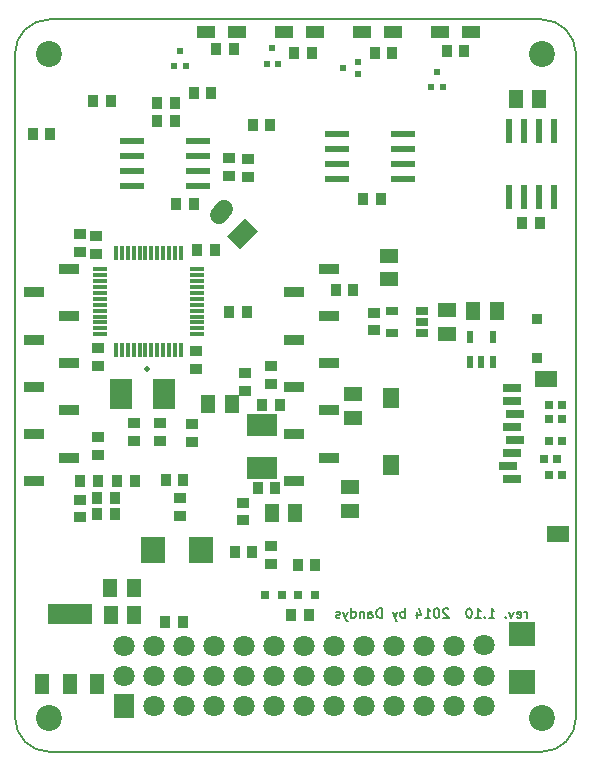
<source format=gbr>
G04 (created by PCBNEW (2013-may-18)-stable) date Čt 25. září 2014, 17:16:29 CEST*
%MOIN*%
G04 Gerber Fmt 3.4, Leading zero omitted, Abs format*
%FSLAX34Y34*%
G01*
G70*
G90*
G04 APERTURE LIST*
%ADD10C,0.00590551*%
%ADD11C,0.00787402*%
%ADD12C,0.06*%
%ADD13R,0.0335X0.0335*%
%ADD14C,0.0708661*%
%ADD15R,0.0708661X0.0787*%
%ADD16R,0.0394X0.0354*%
%ADD17C,0.0866142*%
%ADD18R,0.0669X0.0334*%
%ADD19R,0.0394X0.0272*%
%ADD20R,0.0512X0.0709*%
%ADD21R,0.1496X0.0709*%
%ADD22R,0.0236X0.0394*%
%ADD23R,0.0236X0.0787*%
%ADD24R,0.0787X0.0236*%
%ADD25R,0.0472X0.059*%
%ADD26R,0.0354X0.0394*%
%ADD27R,0.059X0.0314*%
%ADD28R,0.0551X0.0708*%
%ADD29R,0.0748X0.0551*%
%ADD30R,0.0118X0.0512*%
%ADD31R,0.0512X0.0118*%
%ADD32R,0.0590551X0.0393701*%
%ADD33R,0.0314X0.0314*%
%ADD34R,0.0998882X0.0723291*%
%ADD35R,0.0723291X0.0998882*%
%ADD36R,0.0473X0.059*%
%ADD37R,0.059X0.0472*%
%ADD38R,0.059X0.0473*%
%ADD39C,0.019685*%
%ADD40R,0.0315X0.0275*%
%ADD41R,0.019685X0.023622*%
%ADD42R,0.023622X0.019685*%
%ADD43R,0.0906X0.0787*%
%ADD44R,0.0787X0.0906*%
G04 APERTURE END LIST*
G54D10*
G54D11*
X16861Y4266D02*
X16861Y4476D01*
X16861Y4416D02*
X16846Y4446D01*
X16831Y4461D01*
X16801Y4476D01*
X16771Y4476D01*
X16546Y4281D02*
X16576Y4266D01*
X16636Y4266D01*
X16666Y4281D01*
X16681Y4311D01*
X16681Y4431D01*
X16666Y4461D01*
X16636Y4476D01*
X16576Y4476D01*
X16546Y4461D01*
X16531Y4431D01*
X16531Y4401D01*
X16681Y4371D01*
X16426Y4476D02*
X16351Y4266D01*
X16276Y4476D01*
X16156Y4296D02*
X16141Y4281D01*
X16156Y4266D01*
X16171Y4281D01*
X16156Y4296D01*
X16156Y4266D01*
X15601Y4266D02*
X15781Y4266D01*
X15691Y4266D02*
X15691Y4581D01*
X15721Y4536D01*
X15751Y4506D01*
X15781Y4491D01*
X15466Y4296D02*
X15451Y4281D01*
X15466Y4266D01*
X15481Y4281D01*
X15466Y4296D01*
X15466Y4266D01*
X15151Y4266D02*
X15331Y4266D01*
X15241Y4266D02*
X15241Y4581D01*
X15271Y4536D01*
X15301Y4506D01*
X15331Y4491D01*
X14956Y4581D02*
X14926Y4581D01*
X14896Y4566D01*
X14881Y4551D01*
X14866Y4521D01*
X14851Y4461D01*
X14851Y4386D01*
X14866Y4326D01*
X14881Y4296D01*
X14896Y4281D01*
X14926Y4266D01*
X14956Y4266D01*
X14986Y4281D01*
X15001Y4296D01*
X15016Y4326D01*
X15031Y4386D01*
X15031Y4461D01*
X15016Y4521D01*
X15001Y4551D01*
X14986Y4566D01*
X14956Y4581D01*
X14251Y4551D02*
X14236Y4566D01*
X14206Y4581D01*
X14131Y4581D01*
X14101Y4566D01*
X14086Y4551D01*
X14071Y4521D01*
X14071Y4491D01*
X14086Y4446D01*
X14266Y4266D01*
X14071Y4266D01*
X13876Y4581D02*
X13846Y4581D01*
X13816Y4566D01*
X13801Y4551D01*
X13786Y4521D01*
X13771Y4461D01*
X13771Y4386D01*
X13786Y4326D01*
X13801Y4296D01*
X13816Y4281D01*
X13846Y4266D01*
X13876Y4266D01*
X13906Y4281D01*
X13921Y4296D01*
X13936Y4326D01*
X13951Y4386D01*
X13951Y4461D01*
X13936Y4521D01*
X13921Y4551D01*
X13906Y4566D01*
X13876Y4581D01*
X13471Y4266D02*
X13651Y4266D01*
X13561Y4266D02*
X13561Y4581D01*
X13591Y4536D01*
X13621Y4506D01*
X13651Y4491D01*
X13201Y4476D02*
X13201Y4266D01*
X13276Y4596D02*
X13351Y4371D01*
X13156Y4371D01*
X12796Y4266D02*
X12796Y4581D01*
X12796Y4461D02*
X12766Y4476D01*
X12706Y4476D01*
X12676Y4461D01*
X12661Y4446D01*
X12646Y4416D01*
X12646Y4326D01*
X12661Y4296D01*
X12676Y4281D01*
X12706Y4266D01*
X12766Y4266D01*
X12796Y4281D01*
X12541Y4476D02*
X12466Y4266D01*
X12391Y4476D02*
X12466Y4266D01*
X12496Y4191D01*
X12511Y4176D01*
X12541Y4161D01*
X12031Y4266D02*
X12031Y4581D01*
X11956Y4581D01*
X11911Y4566D01*
X11881Y4536D01*
X11866Y4506D01*
X11851Y4446D01*
X11851Y4401D01*
X11866Y4341D01*
X11881Y4311D01*
X11911Y4281D01*
X11956Y4266D01*
X12031Y4266D01*
X11581Y4266D02*
X11581Y4431D01*
X11596Y4461D01*
X11626Y4476D01*
X11686Y4476D01*
X11716Y4461D01*
X11581Y4281D02*
X11611Y4266D01*
X11686Y4266D01*
X11716Y4281D01*
X11731Y4311D01*
X11731Y4341D01*
X11716Y4371D01*
X11686Y4386D01*
X11611Y4386D01*
X11581Y4401D01*
X11431Y4476D02*
X11431Y4266D01*
X11431Y4446D02*
X11416Y4461D01*
X11386Y4476D01*
X11341Y4476D01*
X11311Y4461D01*
X11296Y4431D01*
X11296Y4266D01*
X11011Y4266D02*
X11011Y4581D01*
X11011Y4281D02*
X11041Y4266D01*
X11101Y4266D01*
X11131Y4281D01*
X11146Y4296D01*
X11161Y4326D01*
X11161Y4416D01*
X11146Y4446D01*
X11131Y4461D01*
X11101Y4476D01*
X11041Y4476D01*
X11011Y4461D01*
X10891Y4476D02*
X10816Y4266D01*
X10741Y4476D02*
X10816Y4266D01*
X10846Y4191D01*
X10861Y4176D01*
X10891Y4161D01*
X10636Y4281D02*
X10606Y4266D01*
X10546Y4266D01*
X10516Y4281D01*
X10501Y4311D01*
X10501Y4326D01*
X10516Y4356D01*
X10546Y4371D01*
X10591Y4371D01*
X10621Y4386D01*
X10636Y4416D01*
X10636Y4431D01*
X10621Y4461D01*
X10591Y4476D01*
X10546Y4476D01*
X10516Y4461D01*
G54D10*
X-196Y944D02*
G75*
G03X944Y-196I1141J0D01*
G74*
G01*
X944Y24212D02*
X17362Y24212D01*
X-196Y944D02*
X-196Y23070D01*
X17362Y-196D02*
X944Y-196D01*
X18503Y23070D02*
X18503Y944D01*
X17362Y-196D02*
G75*
G03X18503Y944I0J1141D01*
G74*
G01*
X944Y24212D02*
G75*
G03X-196Y23070I0J-1141D01*
G74*
G01*
X18503Y23070D02*
G75*
G03X17362Y24212I-1141J0D01*
G74*
G01*
G36*
X7911Y17177D02*
X7298Y16565D01*
X6874Y16989D01*
X7486Y17601D01*
X7911Y17177D01*
X7911Y17177D01*
G37*
G54D12*
X6591Y17696D02*
X6779Y17884D01*
G54D13*
X17192Y14241D03*
X17192Y12923D03*
G54D14*
X15433Y3346D03*
X15433Y2342D03*
X15433Y1338D03*
G54D15*
X3425Y1340D03*
G54D14*
X3425Y2340D03*
X4425Y1340D03*
X4425Y2340D03*
X5425Y1340D03*
X5425Y2340D03*
X6425Y1340D03*
X6425Y2340D03*
X7425Y1340D03*
X7425Y2340D03*
X8425Y1340D03*
X8425Y2340D03*
X9425Y1340D03*
X9425Y2340D03*
X10425Y1340D03*
X10425Y2340D03*
X11425Y1340D03*
X11425Y2340D03*
X12425Y1340D03*
X12425Y2340D03*
X3425Y3340D03*
X4425Y3340D03*
X5425Y3340D03*
X6425Y3340D03*
X7425Y3340D03*
X8425Y3340D03*
X9425Y3340D03*
X10425Y3340D03*
X11425Y3340D03*
X12425Y3340D03*
X13425Y1340D03*
X13425Y2340D03*
X13425Y3340D03*
X14425Y1340D03*
X14429Y2342D03*
X14425Y3340D03*
G54D16*
X7559Y18955D03*
X7559Y19547D03*
G54D17*
X944Y23070D03*
X944Y944D03*
X17362Y944D03*
X17362Y23070D03*
G54D18*
X10275Y15905D03*
X9094Y15117D03*
X10275Y14330D03*
X9094Y13542D03*
X10275Y12755D03*
X9094Y11968D03*
X10275Y11180D03*
X9094Y10393D03*
X10275Y9605D03*
X9094Y8818D03*
X433Y8818D03*
X1614Y9605D03*
X433Y10393D03*
X1614Y11180D03*
X433Y11968D03*
X1614Y12755D03*
X433Y13542D03*
X1614Y14330D03*
X433Y15117D03*
X1614Y15905D03*
G54D19*
X13386Y14507D03*
X13386Y13759D03*
X13386Y14133D03*
X12362Y13759D03*
X12362Y14507D03*
G54D20*
X2531Y2049D03*
X1625Y2049D03*
X719Y2049D03*
G54D21*
X1625Y4411D03*
G54D22*
X15725Y12804D03*
X14975Y12804D03*
X15350Y12804D03*
X14975Y13636D03*
X15725Y13636D03*
G54D23*
X17757Y18309D03*
X17257Y18309D03*
X16757Y18309D03*
X16257Y18309D03*
X16257Y20509D03*
X16757Y20509D03*
X17257Y20509D03*
X17757Y20509D03*
G54D24*
X3703Y18659D03*
X3703Y19159D03*
X3703Y19659D03*
X3703Y20159D03*
X5903Y20159D03*
X5903Y19659D03*
X5903Y19159D03*
X5903Y18659D03*
G54D25*
X16495Y21555D03*
X17283Y21555D03*
X15866Y14507D03*
X15078Y14507D03*
G54D26*
X2420Y21496D03*
X3012Y21496D03*
X12382Y23110D03*
X11790Y23110D03*
X14784Y23149D03*
X14192Y23149D03*
X9705Y23110D03*
X9113Y23110D03*
X7107Y23228D03*
X6515Y23228D03*
X1987Y8818D03*
X2579Y8818D03*
G54D16*
X8326Y12658D03*
X8326Y12066D03*
G54D26*
X6948Y14448D03*
X7540Y14448D03*
X3799Y8818D03*
X3207Y8818D03*
X3130Y8267D03*
X2538Y8267D03*
G54D16*
X1968Y7617D03*
X1968Y8209D03*
X8338Y6054D03*
X8338Y6646D03*
G54D26*
X9223Y6039D03*
X9815Y6039D03*
G54D16*
X7480Y12421D03*
X7480Y11829D03*
G54D27*
X16387Y8886D03*
X16230Y9319D03*
X16387Y9752D03*
X16466Y10185D03*
X16387Y10618D03*
X16466Y11051D03*
X16387Y11484D03*
X16387Y11917D03*
G54D28*
X12332Y11598D03*
X12332Y9354D03*
G54D29*
X17903Y7051D03*
X17509Y12228D03*
G54D30*
X4743Y13189D03*
X4546Y13189D03*
X4349Y13189D03*
X4153Y13189D03*
X3956Y13189D03*
X5334Y13189D03*
X5137Y13189D03*
X4940Y13189D03*
G54D31*
X2637Y13720D03*
X2637Y13917D03*
X2637Y14114D03*
X2637Y14311D03*
X2637Y14508D03*
X2637Y14705D03*
X2637Y14901D03*
X2637Y15098D03*
G54D30*
X3168Y16417D03*
X3365Y16417D03*
X3562Y16417D03*
X3759Y16417D03*
X3956Y16417D03*
X4153Y16417D03*
X4349Y16417D03*
X4546Y16417D03*
G54D31*
X5865Y15886D03*
X5865Y15689D03*
X5865Y15492D03*
X5865Y15295D03*
X5865Y15098D03*
X5865Y14901D03*
X5865Y14705D03*
X5865Y14508D03*
G54D30*
X3759Y13189D03*
X3562Y13189D03*
X3365Y13189D03*
X3168Y13189D03*
G54D31*
X2637Y15295D03*
X2637Y15492D03*
X2637Y15689D03*
X2637Y15886D03*
G54D30*
X4743Y16417D03*
X4940Y16417D03*
X5137Y16417D03*
X5334Y16417D03*
G54D31*
X5865Y14311D03*
X5865Y14114D03*
X5865Y13917D03*
X5865Y13720D03*
G54D32*
X6181Y23779D03*
X7204Y23779D03*
X8779Y23779D03*
X9803Y23779D03*
X13976Y23779D03*
X15000Y23779D03*
X11377Y23779D03*
X12401Y23779D03*
G54D33*
X8130Y5039D03*
X8720Y5039D03*
X9818Y5039D03*
X9228Y5039D03*
G54D34*
X8031Y9251D03*
X8031Y10708D03*
G54D35*
X3326Y11732D03*
X4783Y11732D03*
G54D25*
X8365Y7775D03*
G54D36*
X9153Y7775D03*
G54D25*
X7027Y11397D03*
G54D36*
X6239Y11397D03*
G54D37*
X12283Y15550D03*
G54D38*
X12283Y16338D03*
G54D37*
X10964Y7834D03*
G54D38*
X10964Y8622D03*
G54D37*
X11062Y11732D03*
G54D38*
X11062Y10944D03*
G54D25*
X2991Y4370D03*
G54D36*
X3779Y4370D03*
G54D37*
X14212Y14523D03*
G54D38*
X14212Y13735D03*
G54D25*
X2972Y5255D03*
G54D36*
X3760Y5255D03*
G54D26*
X8050Y11377D03*
X8642Y11377D03*
X7892Y8582D03*
X8484Y8582D03*
G54D16*
X4645Y10768D03*
X4645Y10176D03*
X3779Y10768D03*
X3779Y10176D03*
G54D26*
X3130Y7716D03*
X2538Y7716D03*
X16711Y17440D03*
X17303Y17440D03*
X11083Y15196D03*
X10491Y15196D03*
G54D16*
X6929Y18995D03*
X6929Y19587D03*
G54D26*
X5142Y20818D03*
X4550Y20818D03*
X7717Y6476D03*
X7125Y6476D03*
G54D16*
X5314Y8248D03*
X5314Y7656D03*
G54D26*
X5414Y8858D03*
X4822Y8858D03*
G54D16*
X5708Y10137D03*
X5708Y10729D03*
X2559Y10296D03*
X2559Y9704D03*
X7401Y8110D03*
X7401Y7518D03*
X2519Y16988D03*
X2519Y16396D03*
G54D26*
X6477Y16535D03*
X5885Y16535D03*
G54D16*
X5826Y12578D03*
X5826Y13170D03*
X2559Y13248D03*
X2559Y12656D03*
X1968Y17067D03*
X1968Y16475D03*
X11775Y14437D03*
X11775Y13845D03*
G54D26*
X5176Y18070D03*
X5768Y18070D03*
G54D39*
X4188Y12547D03*
G54D40*
X17618Y11377D03*
X18050Y11377D03*
X17618Y10157D03*
X18050Y10157D03*
X17618Y9015D03*
X18050Y9015D03*
X17618Y10905D03*
X18050Y10905D03*
X17869Y9566D03*
X17437Y9566D03*
G54D41*
X5511Y22657D03*
X5118Y22657D03*
X5314Y23169D03*
X8582Y22736D03*
X8188Y22736D03*
X8385Y23248D03*
X14055Y21948D03*
X13661Y21948D03*
X13858Y22460D03*
G54D42*
X11240Y22795D03*
X11240Y22401D03*
X10728Y22598D03*
G54D26*
X5406Y4125D03*
X4814Y4125D03*
X9599Y4377D03*
X9007Y4377D03*
X981Y20397D03*
X389Y20397D03*
X8315Y20688D03*
X7723Y20688D03*
G54D24*
X10537Y18883D03*
X10537Y19383D03*
X10537Y19883D03*
X10537Y20383D03*
X12737Y20383D03*
X12737Y19883D03*
X12737Y19383D03*
X12737Y18883D03*
G54D26*
X12000Y18236D03*
X11408Y18236D03*
G54D43*
X16704Y3716D03*
X16704Y2134D03*
G54D44*
X5991Y6515D03*
X4409Y6515D03*
G54D26*
X5755Y21763D03*
X6347Y21763D03*
X4550Y21429D03*
X5142Y21429D03*
M02*

</source>
